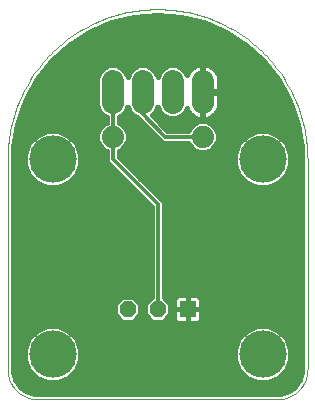
<source format=gbl>
G75*
%MOIN*%
%OFA0B0*%
%FSLAX25Y25*%
%IPPOS*%
%LPD*%
%AMOC8*
5,1,8,0,0,1.08239X$1,22.5*
%
%ADD10C,0.07400*%
%ADD11OC8,0.05600*%
%ADD12R,0.05600X0.05600*%
%ADD13C,0.00000*%
%ADD14C,0.15811*%
%ADD15C,0.07400*%
%ADD16C,0.01600*%
%ADD17C,0.01200*%
D10*
X0041800Y0122806D02*
X0041800Y0130206D01*
X0051800Y0130206D02*
X0051800Y0122806D01*
X0061800Y0122806D02*
X0061800Y0130206D01*
X0071800Y0130206D02*
X0071800Y0122806D01*
D11*
X0056800Y0054006D03*
X0046800Y0054006D03*
D12*
X0066800Y0054006D03*
D13*
X0096800Y0024006D02*
X0016800Y0024006D01*
X0016558Y0024009D01*
X0016317Y0024018D01*
X0016076Y0024032D01*
X0015835Y0024053D01*
X0015595Y0024079D01*
X0015355Y0024111D01*
X0015116Y0024149D01*
X0014879Y0024192D01*
X0014642Y0024242D01*
X0014407Y0024297D01*
X0014173Y0024357D01*
X0013941Y0024424D01*
X0013710Y0024495D01*
X0013481Y0024573D01*
X0013254Y0024656D01*
X0013029Y0024744D01*
X0012806Y0024838D01*
X0012586Y0024937D01*
X0012368Y0025042D01*
X0012153Y0025151D01*
X0011940Y0025266D01*
X0011730Y0025386D01*
X0011524Y0025511D01*
X0011320Y0025641D01*
X0011119Y0025776D01*
X0010922Y0025916D01*
X0010728Y0026060D01*
X0010538Y0026209D01*
X0010352Y0026363D01*
X0010169Y0026521D01*
X0009990Y0026683D01*
X0009815Y0026850D01*
X0009644Y0027021D01*
X0009477Y0027196D01*
X0009315Y0027375D01*
X0009157Y0027558D01*
X0009003Y0027744D01*
X0008854Y0027934D01*
X0008710Y0028128D01*
X0008570Y0028325D01*
X0008435Y0028526D01*
X0008305Y0028730D01*
X0008180Y0028936D01*
X0008060Y0029146D01*
X0007945Y0029359D01*
X0007836Y0029574D01*
X0007731Y0029792D01*
X0007632Y0030012D01*
X0007538Y0030235D01*
X0007450Y0030460D01*
X0007367Y0030687D01*
X0007289Y0030916D01*
X0007218Y0031147D01*
X0007151Y0031379D01*
X0007091Y0031613D01*
X0007036Y0031848D01*
X0006986Y0032085D01*
X0006943Y0032322D01*
X0006905Y0032561D01*
X0006873Y0032801D01*
X0006847Y0033041D01*
X0006826Y0033282D01*
X0006812Y0033523D01*
X0006803Y0033764D01*
X0006800Y0034006D01*
X0006800Y0104006D01*
X0006815Y0105224D01*
X0006859Y0106440D01*
X0006933Y0107656D01*
X0007037Y0108869D01*
X0007170Y0110079D01*
X0007333Y0111286D01*
X0007525Y0112488D01*
X0007746Y0113686D01*
X0007996Y0114878D01*
X0008275Y0116063D01*
X0008583Y0117241D01*
X0008920Y0118411D01*
X0009285Y0119573D01*
X0009678Y0120725D01*
X0010099Y0121868D01*
X0010548Y0122999D01*
X0011024Y0124120D01*
X0011528Y0125229D01*
X0012058Y0126325D01*
X0012615Y0127408D01*
X0013198Y0128477D01*
X0013806Y0129531D01*
X0014441Y0130571D01*
X0015100Y0131594D01*
X0015784Y0132602D01*
X0016493Y0133592D01*
X0017225Y0134565D01*
X0017981Y0135519D01*
X0018760Y0136455D01*
X0019561Y0137372D01*
X0020385Y0138269D01*
X0021230Y0139145D01*
X0022096Y0140001D01*
X0022983Y0140836D01*
X0023890Y0141648D01*
X0024816Y0142438D01*
X0025762Y0143206D01*
X0026725Y0143950D01*
X0027707Y0144670D01*
X0028706Y0145367D01*
X0029721Y0146039D01*
X0030753Y0146686D01*
X0031800Y0147307D01*
X0032862Y0147903D01*
X0033938Y0148473D01*
X0035027Y0149017D01*
X0036130Y0149533D01*
X0037245Y0150023D01*
X0038371Y0150486D01*
X0039508Y0150921D01*
X0040656Y0151328D01*
X0041813Y0151707D01*
X0042979Y0152058D01*
X0044153Y0152380D01*
X0045335Y0152674D01*
X0046524Y0152939D01*
X0047718Y0153174D01*
X0048918Y0153381D01*
X0050123Y0153558D01*
X0051331Y0153706D01*
X0052543Y0153824D01*
X0053758Y0153913D01*
X0054974Y0153973D01*
X0056191Y0154002D01*
X0057409Y0154002D01*
X0058626Y0153973D01*
X0059842Y0153913D01*
X0061057Y0153824D01*
X0062269Y0153706D01*
X0063477Y0153558D01*
X0064682Y0153381D01*
X0065882Y0153174D01*
X0067076Y0152939D01*
X0068265Y0152674D01*
X0069447Y0152380D01*
X0070621Y0152058D01*
X0071787Y0151707D01*
X0072944Y0151328D01*
X0074092Y0150921D01*
X0075229Y0150486D01*
X0076355Y0150023D01*
X0077470Y0149533D01*
X0078573Y0149017D01*
X0079662Y0148473D01*
X0080738Y0147903D01*
X0081800Y0147307D01*
X0082847Y0146686D01*
X0083879Y0146039D01*
X0084894Y0145367D01*
X0085893Y0144670D01*
X0086875Y0143950D01*
X0087838Y0143206D01*
X0088784Y0142438D01*
X0089710Y0141648D01*
X0090617Y0140836D01*
X0091504Y0140001D01*
X0092370Y0139145D01*
X0093215Y0138269D01*
X0094039Y0137372D01*
X0094840Y0136455D01*
X0095619Y0135519D01*
X0096375Y0134565D01*
X0097107Y0133592D01*
X0097816Y0132602D01*
X0098500Y0131594D01*
X0099159Y0130571D01*
X0099794Y0129531D01*
X0100402Y0128477D01*
X0100985Y0127408D01*
X0101542Y0126325D01*
X0102072Y0125229D01*
X0102576Y0124120D01*
X0103052Y0122999D01*
X0103501Y0121868D01*
X0103922Y0120725D01*
X0104315Y0119573D01*
X0104680Y0118411D01*
X0105017Y0117241D01*
X0105325Y0116063D01*
X0105604Y0114878D01*
X0105854Y0113686D01*
X0106075Y0112488D01*
X0106267Y0111286D01*
X0106430Y0110079D01*
X0106563Y0108869D01*
X0106667Y0107656D01*
X0106741Y0106440D01*
X0106785Y0105224D01*
X0106800Y0104006D01*
X0106800Y0034006D01*
X0106797Y0033764D01*
X0106788Y0033523D01*
X0106774Y0033282D01*
X0106753Y0033041D01*
X0106727Y0032801D01*
X0106695Y0032561D01*
X0106657Y0032322D01*
X0106614Y0032085D01*
X0106564Y0031848D01*
X0106509Y0031613D01*
X0106449Y0031379D01*
X0106382Y0031147D01*
X0106311Y0030916D01*
X0106233Y0030687D01*
X0106150Y0030460D01*
X0106062Y0030235D01*
X0105968Y0030012D01*
X0105869Y0029792D01*
X0105764Y0029574D01*
X0105655Y0029359D01*
X0105540Y0029146D01*
X0105420Y0028936D01*
X0105295Y0028730D01*
X0105165Y0028526D01*
X0105030Y0028325D01*
X0104890Y0028128D01*
X0104746Y0027934D01*
X0104597Y0027744D01*
X0104443Y0027558D01*
X0104285Y0027375D01*
X0104123Y0027196D01*
X0103956Y0027021D01*
X0103785Y0026850D01*
X0103610Y0026683D01*
X0103431Y0026521D01*
X0103248Y0026363D01*
X0103062Y0026209D01*
X0102872Y0026060D01*
X0102678Y0025916D01*
X0102481Y0025776D01*
X0102280Y0025641D01*
X0102076Y0025511D01*
X0101870Y0025386D01*
X0101660Y0025266D01*
X0101447Y0025151D01*
X0101232Y0025042D01*
X0101014Y0024937D01*
X0100794Y0024838D01*
X0100571Y0024744D01*
X0100346Y0024656D01*
X0100119Y0024573D01*
X0099890Y0024495D01*
X0099659Y0024424D01*
X0099427Y0024357D01*
X0099193Y0024297D01*
X0098958Y0024242D01*
X0098721Y0024192D01*
X0098484Y0024149D01*
X0098245Y0024111D01*
X0098005Y0024079D01*
X0097765Y0024053D01*
X0097524Y0024032D01*
X0097283Y0024018D01*
X0097042Y0024009D01*
X0096800Y0024006D01*
D14*
X0091800Y0039006D03*
X0091800Y0104006D03*
X0021800Y0104006D03*
X0021800Y0039006D03*
D15*
X0041800Y0111506D03*
X0071800Y0111506D03*
D16*
X0075397Y0115121D02*
X0103645Y0115121D01*
X0103525Y0115838D02*
X0104835Y0107986D01*
X0105000Y0104006D01*
X0105000Y0034006D01*
X0104899Y0032723D01*
X0104106Y0030283D01*
X0102598Y0028208D01*
X0100523Y0026700D01*
X0098083Y0025907D01*
X0096800Y0025806D01*
X0016800Y0025806D01*
X0015517Y0025907D01*
X0013077Y0026700D01*
X0011002Y0028208D01*
X0009494Y0030283D01*
X0008701Y0032723D01*
X0008600Y0034006D01*
X0008600Y0104006D01*
X0008765Y0107986D01*
X0010075Y0115838D01*
X0012660Y0123368D01*
X0016449Y0130369D01*
X0021338Y0136651D01*
X0027195Y0142042D01*
X0033859Y0146397D01*
X0041149Y0149594D01*
X0048867Y0151549D01*
X0056800Y0152206D01*
X0064733Y0151549D01*
X0072451Y0149594D01*
X0079741Y0146397D01*
X0086405Y0142042D01*
X0092262Y0136651D01*
X0097151Y0130369D01*
X0100940Y0123368D01*
X0103525Y0115838D01*
X0103223Y0116720D02*
X0056915Y0116720D01*
X0058513Y0115121D02*
X0068203Y0115121D01*
X0068911Y0115829D02*
X0067476Y0114395D01*
X0067108Y0113506D01*
X0060128Y0113506D01*
X0054920Y0118714D01*
X0056124Y0119917D01*
X0056800Y0121550D01*
X0057476Y0119917D01*
X0058911Y0118482D01*
X0060786Y0117706D01*
X0062814Y0117706D01*
X0064689Y0118482D01*
X0066124Y0119917D01*
X0066590Y0121043D01*
X0066703Y0120695D01*
X0067096Y0119923D01*
X0067605Y0119223D01*
X0068217Y0118611D01*
X0068917Y0118102D01*
X0069689Y0117709D01*
X0070512Y0117441D01*
X0071367Y0117306D01*
X0071500Y0117306D01*
X0071500Y0126206D01*
X0072100Y0126206D01*
X0072100Y0126806D01*
X0071500Y0126806D01*
X0071500Y0135706D01*
X0071367Y0135706D01*
X0070512Y0135570D01*
X0069689Y0135303D01*
X0068917Y0134910D01*
X0068217Y0134401D01*
X0067605Y0133789D01*
X0067096Y0133089D01*
X0066703Y0132317D01*
X0066590Y0131969D01*
X0066124Y0133095D01*
X0064689Y0134529D01*
X0062814Y0135306D01*
X0060786Y0135306D01*
X0058911Y0134529D01*
X0057476Y0133095D01*
X0056800Y0131462D01*
X0056124Y0133095D01*
X0054689Y0134529D01*
X0052814Y0135306D01*
X0050786Y0135306D01*
X0048911Y0134529D01*
X0047476Y0133095D01*
X0046800Y0131462D01*
X0046124Y0133095D01*
X0044689Y0134529D01*
X0042814Y0135306D01*
X0040786Y0135306D01*
X0038911Y0134529D01*
X0037476Y0133095D01*
X0036700Y0131220D01*
X0036700Y0121791D01*
X0037476Y0119917D01*
X0038911Y0118482D01*
X0039800Y0118114D01*
X0039800Y0116198D01*
X0038911Y0115829D01*
X0037476Y0114395D01*
X0036700Y0112520D01*
X0036700Y0110491D01*
X0037476Y0108617D01*
X0038911Y0107182D01*
X0039800Y0106814D01*
X0039800Y0103177D01*
X0040972Y0102006D01*
X0054800Y0088177D01*
X0054800Y0057946D01*
X0052600Y0055746D01*
X0052600Y0052266D01*
X0055060Y0049806D01*
X0058540Y0049806D01*
X0061000Y0052266D01*
X0061000Y0055746D01*
X0058800Y0057946D01*
X0058800Y0089834D01*
X0043800Y0104834D01*
X0043800Y0106814D01*
X0044689Y0107182D01*
X0046124Y0108617D01*
X0046900Y0110491D01*
X0046900Y0112520D01*
X0046124Y0114395D01*
X0044689Y0115829D01*
X0043800Y0116198D01*
X0043800Y0118114D01*
X0044689Y0118482D01*
X0046124Y0119917D01*
X0046800Y0121550D01*
X0047476Y0119917D01*
X0048911Y0118482D01*
X0049908Y0118069D01*
X0050972Y0117006D01*
X0058472Y0109506D01*
X0067108Y0109506D01*
X0067476Y0108617D01*
X0068911Y0107182D01*
X0070786Y0106406D01*
X0072814Y0106406D01*
X0074689Y0107182D01*
X0076124Y0108617D01*
X0076900Y0110491D01*
X0076900Y0112520D01*
X0076124Y0114395D01*
X0074689Y0115829D01*
X0072814Y0116606D01*
X0070786Y0116606D01*
X0068911Y0115829D01*
X0068620Y0118318D02*
X0064292Y0118318D01*
X0066123Y0119917D02*
X0067101Y0119917D01*
X0071500Y0119917D02*
X0072100Y0119917D01*
X0072100Y0121515D02*
X0071500Y0121515D01*
X0071500Y0123114D02*
X0072100Y0123114D01*
X0072100Y0124712D02*
X0071500Y0124712D01*
X0072100Y0126206D02*
X0072100Y0117306D01*
X0072233Y0117306D01*
X0073088Y0117441D01*
X0073911Y0117709D01*
X0074683Y0118102D01*
X0075383Y0118611D01*
X0075995Y0119223D01*
X0076504Y0119923D01*
X0076897Y0120695D01*
X0077165Y0121518D01*
X0077300Y0122373D01*
X0077300Y0126206D01*
X0072100Y0126206D01*
X0072100Y0126311D02*
X0099348Y0126311D01*
X0098483Y0127909D02*
X0077300Y0127909D01*
X0077300Y0126806D02*
X0077300Y0130639D01*
X0077165Y0131494D01*
X0076897Y0132317D01*
X0076504Y0133089D01*
X0075995Y0133789D01*
X0075383Y0134401D01*
X0074683Y0134910D01*
X0073911Y0135303D01*
X0073088Y0135570D01*
X0072233Y0135706D01*
X0072100Y0135706D01*
X0072100Y0126806D01*
X0077300Y0126806D01*
X0077300Y0124712D02*
X0100213Y0124712D01*
X0101027Y0123114D02*
X0077300Y0123114D01*
X0077164Y0121515D02*
X0101576Y0121515D01*
X0102125Y0119917D02*
X0076499Y0119917D01*
X0074980Y0118318D02*
X0102674Y0118318D01*
X0103912Y0113523D02*
X0076485Y0113523D01*
X0076900Y0111924D02*
X0086600Y0111924D01*
X0086529Y0111895D02*
X0083911Y0109277D01*
X0082494Y0105857D01*
X0082494Y0102155D01*
X0083911Y0098735D01*
X0086529Y0096117D01*
X0089949Y0094700D01*
X0093651Y0094700D01*
X0097071Y0096117D01*
X0099689Y0098735D01*
X0101105Y0102155D01*
X0101105Y0105857D01*
X0099689Y0109277D01*
X0097071Y0111895D01*
X0093651Y0113311D01*
X0089949Y0113311D01*
X0086529Y0111895D01*
X0084960Y0110326D02*
X0076831Y0110326D01*
X0076169Y0108727D02*
X0083683Y0108727D01*
X0083021Y0107128D02*
X0074559Y0107128D01*
X0069041Y0107128D02*
X0044559Y0107128D01*
X0043800Y0105530D02*
X0082494Y0105530D01*
X0082494Y0103931D02*
X0044703Y0103931D01*
X0046301Y0102333D02*
X0082494Y0102333D01*
X0083083Y0100734D02*
X0047900Y0100734D01*
X0049498Y0099136D02*
X0083745Y0099136D01*
X0085109Y0097537D02*
X0051097Y0097537D01*
X0052695Y0095939D02*
X0086959Y0095939D01*
X0096641Y0095939D02*
X0105000Y0095939D01*
X0105000Y0097537D02*
X0098491Y0097537D01*
X0099855Y0099136D02*
X0105000Y0099136D01*
X0105000Y0100734D02*
X0100517Y0100734D01*
X0101105Y0102333D02*
X0105000Y0102333D01*
X0105000Y0103931D02*
X0101105Y0103931D01*
X0101105Y0105530D02*
X0104937Y0105530D01*
X0104871Y0107128D02*
X0100579Y0107128D01*
X0099917Y0108727D02*
X0104712Y0108727D01*
X0104445Y0110326D02*
X0098640Y0110326D01*
X0097000Y0111924D02*
X0104178Y0111924D01*
X0105000Y0094340D02*
X0054294Y0094340D01*
X0055892Y0092742D02*
X0105000Y0092742D01*
X0105000Y0091143D02*
X0057491Y0091143D01*
X0058800Y0089545D02*
X0105000Y0089545D01*
X0105000Y0087946D02*
X0058800Y0087946D01*
X0058800Y0086348D02*
X0105000Y0086348D01*
X0105000Y0084749D02*
X0058800Y0084749D01*
X0058800Y0083151D02*
X0105000Y0083151D01*
X0105000Y0081552D02*
X0058800Y0081552D01*
X0058800Y0079954D02*
X0105000Y0079954D01*
X0105000Y0078355D02*
X0058800Y0078355D01*
X0058800Y0076757D02*
X0105000Y0076757D01*
X0105000Y0075158D02*
X0058800Y0075158D01*
X0058800Y0073560D02*
X0105000Y0073560D01*
X0105000Y0071961D02*
X0058800Y0071961D01*
X0058800Y0070363D02*
X0105000Y0070363D01*
X0105000Y0068764D02*
X0058800Y0068764D01*
X0058800Y0067166D02*
X0105000Y0067166D01*
X0105000Y0065567D02*
X0058800Y0065567D01*
X0058800Y0063969D02*
X0105000Y0063969D01*
X0105000Y0062370D02*
X0058800Y0062370D01*
X0058800Y0060772D02*
X0105000Y0060772D01*
X0105000Y0059173D02*
X0058800Y0059173D01*
X0059171Y0057575D02*
X0062365Y0057575D01*
X0062323Y0057501D02*
X0062200Y0057043D01*
X0062200Y0054006D01*
X0066800Y0054006D01*
X0066800Y0054006D01*
X0066800Y0058606D01*
X0069837Y0058606D01*
X0070295Y0058483D01*
X0070705Y0058246D01*
X0071040Y0057911D01*
X0071277Y0057501D01*
X0071400Y0057043D01*
X0071400Y0054006D01*
X0066800Y0054006D01*
X0066800Y0058606D01*
X0063763Y0058606D01*
X0063305Y0058483D01*
X0062895Y0058246D01*
X0062560Y0057911D01*
X0062323Y0057501D01*
X0062200Y0055976D02*
X0060769Y0055976D01*
X0061000Y0054378D02*
X0062200Y0054378D01*
X0062200Y0054006D02*
X0062200Y0050969D01*
X0062323Y0050511D01*
X0062560Y0050101D01*
X0062895Y0049766D01*
X0063305Y0049529D01*
X0063763Y0049406D01*
X0066800Y0049406D01*
X0069837Y0049406D01*
X0070295Y0049529D01*
X0070705Y0049766D01*
X0071040Y0050101D01*
X0071277Y0050511D01*
X0071400Y0050969D01*
X0071400Y0054006D01*
X0066800Y0054006D01*
X0066800Y0054006D01*
X0066800Y0054006D01*
X0062200Y0054006D01*
X0062200Y0052779D02*
X0061000Y0052779D01*
X0059914Y0051181D02*
X0062200Y0051181D01*
X0063213Y0049582D02*
X0008600Y0049582D01*
X0008600Y0047984D02*
X0019158Y0047984D01*
X0019949Y0048311D02*
X0016529Y0046895D01*
X0013911Y0044277D01*
X0012494Y0040857D01*
X0012494Y0037155D01*
X0013911Y0033735D01*
X0016529Y0031117D01*
X0019949Y0029700D01*
X0023651Y0029700D01*
X0027071Y0031117D01*
X0029689Y0033735D01*
X0031105Y0037155D01*
X0031105Y0040857D01*
X0029689Y0044277D01*
X0027071Y0046895D01*
X0023651Y0048311D01*
X0019949Y0048311D01*
X0016019Y0046385D02*
X0008600Y0046385D01*
X0008600Y0044787D02*
X0014421Y0044787D01*
X0013460Y0043188D02*
X0008600Y0043188D01*
X0008600Y0041590D02*
X0012798Y0041590D01*
X0012494Y0039991D02*
X0008600Y0039991D01*
X0008600Y0038393D02*
X0012494Y0038393D01*
X0012644Y0036794D02*
X0008600Y0036794D01*
X0008600Y0035195D02*
X0013306Y0035195D01*
X0014049Y0033597D02*
X0008632Y0033597D01*
X0008936Y0031998D02*
X0015647Y0031998D01*
X0018260Y0030400D02*
X0009456Y0030400D01*
X0010570Y0028801D02*
X0103030Y0028801D01*
X0104144Y0030400D02*
X0095340Y0030400D01*
X0093651Y0029700D02*
X0097071Y0031117D01*
X0099689Y0033735D01*
X0101105Y0037155D01*
X0101105Y0040857D01*
X0099689Y0044277D01*
X0097071Y0046895D01*
X0093651Y0048311D01*
X0089949Y0048311D01*
X0086529Y0046895D01*
X0083911Y0044277D01*
X0082494Y0040857D01*
X0082494Y0037155D01*
X0083911Y0033735D01*
X0086529Y0031117D01*
X0089949Y0029700D01*
X0093651Y0029700D01*
X0097953Y0031998D02*
X0104664Y0031998D01*
X0104968Y0033597D02*
X0099551Y0033597D01*
X0100294Y0035195D02*
X0105000Y0035195D01*
X0105000Y0036794D02*
X0100956Y0036794D01*
X0101105Y0038393D02*
X0105000Y0038393D01*
X0105000Y0039991D02*
X0101105Y0039991D01*
X0100802Y0041590D02*
X0105000Y0041590D01*
X0105000Y0043188D02*
X0100140Y0043188D01*
X0099179Y0044787D02*
X0105000Y0044787D01*
X0105000Y0046385D02*
X0097581Y0046385D01*
X0094442Y0047984D02*
X0105000Y0047984D01*
X0105000Y0049582D02*
X0070387Y0049582D01*
X0071400Y0051181D02*
X0105000Y0051181D01*
X0105000Y0052779D02*
X0071400Y0052779D01*
X0071400Y0054378D02*
X0105000Y0054378D01*
X0105000Y0055976D02*
X0071400Y0055976D01*
X0071235Y0057575D02*
X0105000Y0057575D01*
X0089158Y0047984D02*
X0024442Y0047984D01*
X0027581Y0046385D02*
X0086019Y0046385D01*
X0084421Y0044787D02*
X0029179Y0044787D01*
X0030140Y0043188D02*
X0083460Y0043188D01*
X0082798Y0041590D02*
X0030802Y0041590D01*
X0031105Y0039991D02*
X0082494Y0039991D01*
X0082494Y0038393D02*
X0031105Y0038393D01*
X0030956Y0036794D02*
X0082644Y0036794D01*
X0083306Y0035195D02*
X0030294Y0035195D01*
X0029551Y0033597D02*
X0084049Y0033597D01*
X0085647Y0031998D02*
X0027953Y0031998D01*
X0025340Y0030400D02*
X0088260Y0030400D01*
X0101215Y0027203D02*
X0012385Y0027203D01*
X0008600Y0051181D02*
X0043686Y0051181D01*
X0042600Y0052266D02*
X0045060Y0049806D01*
X0048540Y0049806D01*
X0051000Y0052266D01*
X0051000Y0055746D01*
X0048540Y0058206D01*
X0045060Y0058206D01*
X0042600Y0055746D01*
X0042600Y0052266D01*
X0042600Y0052779D02*
X0008600Y0052779D01*
X0008600Y0054378D02*
X0042600Y0054378D01*
X0042831Y0055976D02*
X0008600Y0055976D01*
X0008600Y0057575D02*
X0044429Y0057575D01*
X0049171Y0057575D02*
X0054429Y0057575D01*
X0054800Y0059173D02*
X0008600Y0059173D01*
X0008600Y0060772D02*
X0054800Y0060772D01*
X0054800Y0062370D02*
X0008600Y0062370D01*
X0008600Y0063969D02*
X0054800Y0063969D01*
X0054800Y0065567D02*
X0008600Y0065567D01*
X0008600Y0067166D02*
X0054800Y0067166D01*
X0054800Y0068764D02*
X0008600Y0068764D01*
X0008600Y0070363D02*
X0054800Y0070363D01*
X0054800Y0071961D02*
X0008600Y0071961D01*
X0008600Y0073560D02*
X0054800Y0073560D01*
X0054800Y0075158D02*
X0008600Y0075158D01*
X0008600Y0076757D02*
X0054800Y0076757D01*
X0054800Y0078355D02*
X0008600Y0078355D01*
X0008600Y0079954D02*
X0054800Y0079954D01*
X0054800Y0081552D02*
X0008600Y0081552D01*
X0008600Y0083151D02*
X0054800Y0083151D01*
X0054800Y0084749D02*
X0008600Y0084749D01*
X0008600Y0086348D02*
X0054800Y0086348D01*
X0054800Y0087946D02*
X0008600Y0087946D01*
X0008600Y0089545D02*
X0053433Y0089545D01*
X0051834Y0091143D02*
X0008600Y0091143D01*
X0008600Y0092742D02*
X0050236Y0092742D01*
X0048637Y0094340D02*
X0008600Y0094340D01*
X0008600Y0095939D02*
X0016959Y0095939D01*
X0016529Y0096117D02*
X0019949Y0094700D01*
X0023651Y0094700D01*
X0027071Y0096117D01*
X0029689Y0098735D01*
X0031105Y0102155D01*
X0031105Y0105857D01*
X0029689Y0109277D01*
X0027071Y0111895D01*
X0023651Y0113311D01*
X0019949Y0113311D01*
X0016529Y0111895D01*
X0013911Y0109277D01*
X0012494Y0105857D01*
X0012494Y0102155D01*
X0013911Y0098735D01*
X0016529Y0096117D01*
X0015109Y0097537D02*
X0008600Y0097537D01*
X0008600Y0099136D02*
X0013745Y0099136D01*
X0013083Y0100734D02*
X0008600Y0100734D01*
X0008600Y0102333D02*
X0012494Y0102333D01*
X0012494Y0103931D02*
X0008600Y0103931D01*
X0008663Y0105530D02*
X0012494Y0105530D01*
X0013021Y0107128D02*
X0008729Y0107128D01*
X0008888Y0108727D02*
X0013683Y0108727D01*
X0014960Y0110326D02*
X0009155Y0110326D01*
X0009422Y0111924D02*
X0016600Y0111924D01*
X0010377Y0116720D02*
X0039800Y0116720D01*
X0039308Y0118318D02*
X0010926Y0118318D01*
X0011475Y0119917D02*
X0037477Y0119917D01*
X0036814Y0121515D02*
X0012024Y0121515D01*
X0012573Y0123114D02*
X0036700Y0123114D01*
X0036700Y0124712D02*
X0013387Y0124712D01*
X0014252Y0126311D02*
X0036700Y0126311D01*
X0036700Y0127909D02*
X0015117Y0127909D01*
X0015983Y0129508D02*
X0036700Y0129508D01*
X0036700Y0131106D02*
X0017022Y0131106D01*
X0018267Y0132705D02*
X0037315Y0132705D01*
X0038685Y0134303D02*
X0019511Y0134303D01*
X0020755Y0135902D02*
X0092845Y0135902D01*
X0094089Y0134303D02*
X0075481Y0134303D01*
X0076700Y0132705D02*
X0095333Y0132705D01*
X0096578Y0131106D02*
X0077226Y0131106D01*
X0077300Y0129508D02*
X0097617Y0129508D01*
X0091339Y0137500D02*
X0022261Y0137500D01*
X0023997Y0139099D02*
X0089603Y0139099D01*
X0087866Y0140697D02*
X0025734Y0140697D01*
X0027583Y0142296D02*
X0086017Y0142296D01*
X0083571Y0143894D02*
X0030029Y0143894D01*
X0032476Y0145493D02*
X0081124Y0145493D01*
X0078157Y0147091D02*
X0035443Y0147091D01*
X0039087Y0148690D02*
X0074513Y0148690D01*
X0069710Y0150288D02*
X0043890Y0150288D01*
X0052949Y0151887D02*
X0060651Y0151887D01*
X0058685Y0134303D02*
X0054915Y0134303D01*
X0056285Y0132705D02*
X0057315Y0132705D01*
X0064915Y0134303D02*
X0068119Y0134303D01*
X0066900Y0132705D02*
X0066285Y0132705D01*
X0071500Y0132705D02*
X0072100Y0132705D01*
X0072100Y0134303D02*
X0071500Y0134303D01*
X0071500Y0131106D02*
X0072100Y0131106D01*
X0072100Y0129508D02*
X0071500Y0129508D01*
X0071500Y0127909D02*
X0072100Y0127909D01*
X0072100Y0118318D02*
X0071500Y0118318D01*
X0067115Y0113523D02*
X0060112Y0113523D01*
X0057652Y0110326D02*
X0046831Y0110326D01*
X0046900Y0111924D02*
X0056053Y0111924D01*
X0054455Y0113523D02*
X0046485Y0113523D01*
X0045397Y0115121D02*
X0052856Y0115121D01*
X0051258Y0116720D02*
X0043800Y0116720D01*
X0044292Y0118318D02*
X0049308Y0118318D01*
X0047477Y0119917D02*
X0046123Y0119917D01*
X0046786Y0121515D02*
X0046814Y0121515D01*
X0055316Y0118318D02*
X0059308Y0118318D01*
X0057477Y0119917D02*
X0056123Y0119917D01*
X0056786Y0121515D02*
X0056814Y0121515D01*
X0048685Y0134303D02*
X0044915Y0134303D01*
X0046285Y0132705D02*
X0047315Y0132705D01*
X0038203Y0115121D02*
X0009955Y0115121D01*
X0009688Y0113523D02*
X0037115Y0113523D01*
X0036700Y0111924D02*
X0027000Y0111924D01*
X0028640Y0110326D02*
X0036769Y0110326D01*
X0037431Y0108727D02*
X0029917Y0108727D01*
X0030579Y0107128D02*
X0039041Y0107128D01*
X0039800Y0105530D02*
X0031105Y0105530D01*
X0031105Y0103931D02*
X0039800Y0103931D01*
X0040645Y0102333D02*
X0031105Y0102333D01*
X0030517Y0100734D02*
X0042243Y0100734D01*
X0043842Y0099136D02*
X0029855Y0099136D01*
X0028491Y0097537D02*
X0045440Y0097537D01*
X0047039Y0095939D02*
X0026641Y0095939D01*
X0046169Y0108727D02*
X0067431Y0108727D01*
X0066800Y0057575D02*
X0066800Y0057575D01*
X0066800Y0055976D02*
X0066800Y0055976D01*
X0066800Y0054378D02*
X0066800Y0054378D01*
X0066800Y0054006D02*
X0066800Y0049406D01*
X0066800Y0054006D01*
X0066800Y0054006D01*
X0066800Y0052779D02*
X0066800Y0052779D01*
X0066800Y0051181D02*
X0066800Y0051181D01*
X0066800Y0049582D02*
X0066800Y0049582D01*
X0053686Y0051181D02*
X0049914Y0051181D01*
X0051000Y0052779D02*
X0052600Y0052779D01*
X0052600Y0054378D02*
X0051000Y0054378D01*
X0050769Y0055976D02*
X0052831Y0055976D01*
D17*
X0056800Y0054006D02*
X0056800Y0089006D01*
X0041800Y0104006D01*
X0041800Y0111506D01*
X0041800Y0126506D01*
X0051800Y0126506D02*
X0051800Y0119006D01*
X0059300Y0111506D01*
X0071800Y0111506D01*
M02*

</source>
